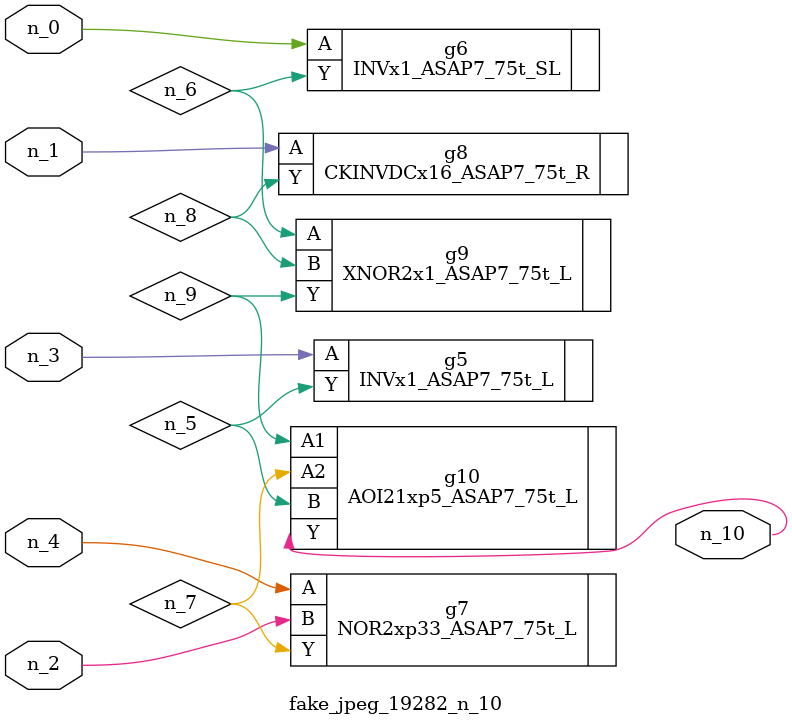
<source format=v>
module fake_jpeg_19282_n_10 (n_3, n_2, n_1, n_0, n_4, n_10);

input n_3;
input n_2;
input n_1;
input n_0;
input n_4;

output n_10;

wire n_8;
wire n_9;
wire n_6;
wire n_5;
wire n_7;

INVx1_ASAP7_75t_L g5 ( 
.A(n_3),
.Y(n_5)
);

INVx1_ASAP7_75t_SL g6 ( 
.A(n_0),
.Y(n_6)
);

NOR2xp33_ASAP7_75t_L g7 ( 
.A(n_4),
.B(n_2),
.Y(n_7)
);

CKINVDCx16_ASAP7_75t_R g8 ( 
.A(n_1),
.Y(n_8)
);

XNOR2x1_ASAP7_75t_L g9 ( 
.A(n_6),
.B(n_8),
.Y(n_9)
);

AOI21xp5_ASAP7_75t_L g10 ( 
.A1(n_9),
.A2(n_7),
.B(n_5),
.Y(n_10)
);


endmodule
</source>
